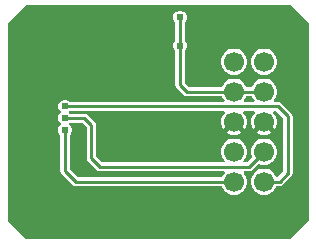
<source format=gbl>
G04*
G04 #@! TF.GenerationSoftware,Altium Limited,Altium Designer,23.4.1 (23)*
G04*
G04 Layer_Physical_Order=2*
G04 Layer_Color=16711680*
%FSLAX25Y25*%
%MOIN*%
G70*
G04*
G04 #@! TF.SameCoordinates,994BBBC9-EF8B-4D44-965E-D27BE21E36CE*
G04*
G04*
G04 #@! TF.FilePolarity,Positive*
G04*
G01*
G75*
%ADD23C,0.01000*%
%ADD24C,0.06693*%
%ADD25C,0.02400*%
G36*
X264971Y230867D02*
Y165159D01*
X258841Y159029D01*
X170689D01*
X164529Y165189D01*
Y230826D01*
X170674Y236971D01*
X258867D01*
X264971Y230867D01*
D02*
G37*
%LPC*%
G36*
X250606Y222564D02*
X249461D01*
X248356Y222268D01*
X247365Y221695D01*
X246556Y220886D01*
X245983Y219895D01*
X245687Y218790D01*
Y217645D01*
X245983Y216540D01*
X246556Y215549D01*
X247365Y214739D01*
X248356Y214167D01*
X249461Y213871D01*
X250606D01*
X251711Y214167D01*
X252702Y214739D01*
X253512Y215549D01*
X254084Y216540D01*
X254380Y217645D01*
Y218790D01*
X254084Y219895D01*
X253512Y220886D01*
X252702Y221695D01*
X251711Y222268D01*
X250606Y222564D01*
D02*
G37*
G36*
X240606D02*
X239461D01*
X238356Y222268D01*
X237365Y221695D01*
X236556Y220886D01*
X235983Y219895D01*
X235687Y218790D01*
Y217645D01*
X235983Y216540D01*
X236556Y215549D01*
X237365Y214739D01*
X238356Y214167D01*
X239461Y213871D01*
X240606D01*
X241711Y214167D01*
X242702Y214739D01*
X243512Y215549D01*
X244084Y216540D01*
X244380Y217645D01*
Y218790D01*
X244084Y219895D01*
X243512Y220886D01*
X242702Y221695D01*
X241711Y222268D01*
X240606Y222564D01*
D02*
G37*
G36*
X222479Y235200D02*
X221604D01*
X220795Y234865D01*
X220177Y234246D01*
X219842Y233438D01*
Y232562D01*
X220177Y231754D01*
X220512Y231418D01*
Y225082D01*
X220177Y224746D01*
X219842Y223938D01*
Y223062D01*
X220177Y222254D01*
X220512Y221918D01*
Y210458D01*
X220628Y209873D01*
X220960Y209377D01*
X223201Y207136D01*
X223697Y206804D01*
X224283Y206688D01*
X235944D01*
X235983Y206540D01*
X236556Y205549D01*
X236849Y205255D01*
X236658Y204793D01*
X185252Y204793D01*
X184917Y205129D01*
X184108Y205464D01*
X183233D01*
X182424Y205129D01*
X181806Y204510D01*
X181471Y203701D01*
Y202826D01*
X181806Y202017D01*
X182200Y201623D01*
X182374Y201303D01*
X182200Y200969D01*
X181812Y200581D01*
X181477Y199772D01*
Y198897D01*
X181812Y198088D01*
X182207Y197693D01*
X182377Y197366D01*
X182207Y197039D01*
X181812Y196644D01*
X181477Y195835D01*
Y194960D01*
X181812Y194151D01*
X182147Y193816D01*
Y181823D01*
X182264Y181238D01*
X182595Y180742D01*
X186201Y177136D01*
X186697Y176804D01*
X187283Y176688D01*
X235944D01*
X235983Y176540D01*
X236556Y175549D01*
X237365Y174740D01*
X238356Y174167D01*
X239461Y173871D01*
X240606D01*
X241711Y174167D01*
X242702Y174740D01*
X243512Y175549D01*
X244084Y176540D01*
X244380Y177645D01*
Y178790D01*
X244084Y179895D01*
X243512Y180886D01*
X243201Y181196D01*
X243393Y181658D01*
X245004D01*
X245589Y181775D01*
X246085Y182106D01*
X248223Y184244D01*
X248356Y184167D01*
X249461Y183871D01*
X250606D01*
X251711Y184167D01*
X252702Y184739D01*
X253512Y185549D01*
X254084Y186540D01*
X254380Y187645D01*
Y188790D01*
X254084Y189895D01*
X253512Y190886D01*
X252702Y191695D01*
X251711Y192268D01*
X250606Y192564D01*
X249461D01*
X248356Y192268D01*
X247365Y191695D01*
X246556Y190886D01*
X245983Y189895D01*
X245687Y188790D01*
Y187645D01*
X245983Y186540D01*
X246060Y186407D01*
X244371Y184717D01*
X243387D01*
X243180Y185217D01*
X243512Y185549D01*
X244084Y186540D01*
X244380Y187645D01*
Y188790D01*
X244084Y189895D01*
X243512Y190886D01*
X242702Y191695D01*
X241711Y192268D01*
X240606Y192564D01*
X239461D01*
X238356Y192268D01*
X237365Y191695D01*
X236556Y190886D01*
X235983Y189895D01*
X235687Y188790D01*
Y187645D01*
X235983Y186540D01*
X236556Y185549D01*
X236887Y185217D01*
X236680Y184717D01*
X195946D01*
X194029Y186634D01*
Y197000D01*
X193913Y197585D01*
X193581Y198081D01*
X191247Y200416D01*
X190751Y200747D01*
X190165Y200864D01*
X185258D01*
X185147Y200975D01*
X184973Y201295D01*
X185147Y201629D01*
X185252Y201734D01*
X236696Y201734D01*
X236904Y201234D01*
X236556Y200886D01*
X235983Y199895D01*
X235687Y198790D01*
Y197645D01*
X235983Y196540D01*
X236438Y195753D01*
X239468Y198783D01*
X240034Y198217D01*
X240599Y198783D01*
X243630Y195753D01*
X244084Y196540D01*
X244380Y197645D01*
Y198790D01*
X244084Y199895D01*
X243512Y200886D01*
X243164Y201234D01*
X243371Y201734D01*
X246696D01*
X246903Y201234D01*
X246556Y200886D01*
X245983Y199895D01*
X245687Y198790D01*
Y197645D01*
X245983Y196540D01*
X246438Y195753D01*
X249468Y198783D01*
X250034Y198217D01*
X250599Y198783D01*
X253630Y195753D01*
X254084Y196540D01*
X254380Y197645D01*
Y198790D01*
X254084Y199895D01*
X253512Y200886D01*
X253164Y201234D01*
X253371Y201734D01*
X254088D01*
X256471Y199351D01*
Y181633D01*
X254590Y179753D01*
X254108Y179805D01*
X254084Y179895D01*
X253512Y180886D01*
X252702Y181695D01*
X251711Y182268D01*
X250606Y182564D01*
X249461D01*
X248356Y182268D01*
X247365Y181695D01*
X246556Y180886D01*
X245983Y179895D01*
X245687Y178790D01*
Y177645D01*
X245983Y176540D01*
X246556Y175549D01*
X247365Y174740D01*
X248356Y174167D01*
X249461Y173871D01*
X250606D01*
X251711Y174167D01*
X252702Y174740D01*
X253512Y175549D01*
X254084Y176540D01*
X254124Y176688D01*
X255218D01*
X255803Y176804D01*
X256299Y177136D01*
X259081Y179919D01*
X259413Y180415D01*
X259529Y181000D01*
Y199985D01*
X259413Y200570D01*
X259081Y201066D01*
X255803Y204345D01*
X255306Y204677D01*
X254721Y204793D01*
X253409D01*
X253218Y205255D01*
X253512Y205549D01*
X254084Y206540D01*
X254380Y207645D01*
Y208790D01*
X254084Y209895D01*
X253512Y210886D01*
X252702Y211696D01*
X251711Y212268D01*
X250606Y212564D01*
X249461D01*
X248356Y212268D01*
X247365Y211696D01*
X246556Y210886D01*
X245983Y209895D01*
X245944Y209747D01*
X244124D01*
X244084Y209895D01*
X243512Y210886D01*
X242702Y211696D01*
X241711Y212268D01*
X240606Y212564D01*
X239461D01*
X238356Y212268D01*
X237365Y211696D01*
X236556Y210886D01*
X235983Y209895D01*
X235944Y209747D01*
X224916D01*
X223571Y211092D01*
Y221918D01*
X223907Y222254D01*
X224241Y223062D01*
Y223938D01*
X223907Y224746D01*
X223571Y225082D01*
Y231418D01*
X223907Y231754D01*
X224241Y232562D01*
Y233438D01*
X223907Y234246D01*
X223288Y234865D01*
X222479Y235200D01*
D02*
G37*
G36*
X250034Y197086D02*
X247569Y194622D01*
X248356Y194167D01*
X249461Y193871D01*
X250606D01*
X251711Y194167D01*
X252498Y194622D01*
X250034Y197086D01*
D02*
G37*
G36*
X240034D02*
X237569Y194622D01*
X238356Y194167D01*
X239461Y193871D01*
X240606D01*
X241711Y194167D01*
X242498Y194622D01*
X240034Y197086D01*
D02*
G37*
%LPD*%
G36*
X245983Y206540D02*
X246556Y205549D01*
X246849Y205255D01*
X246658Y204793D01*
X243409D01*
X243218Y205255D01*
X243512Y205549D01*
X244084Y206540D01*
X244124Y206688D01*
X245944D01*
X245983Y206540D01*
D02*
G37*
G36*
X190971Y196367D02*
Y186000D01*
X191087Y185415D01*
X191419Y184919D01*
X194231Y182106D01*
X194727Y181775D01*
X195312Y181658D01*
X236674D01*
X236866Y181196D01*
X236556Y180886D01*
X235983Y179895D01*
X235944Y179747D01*
X187916D01*
X185206Y182457D01*
Y193816D01*
X185542Y194151D01*
X185877Y194960D01*
Y195835D01*
X185542Y196644D01*
X185146Y197039D01*
X184976Y197366D01*
X185146Y197693D01*
X185258Y197805D01*
X189532D01*
X190971Y196367D01*
D02*
G37*
D23*
X222042Y210458D02*
Y233000D01*
Y210458D02*
X224283Y208218D01*
X250034D01*
X192500Y186000D02*
Y197000D01*
X195312Y183188D02*
X245004D01*
X192500Y186000D02*
X195312Y183188D01*
X183677Y199335D02*
X190165D01*
X192500Y197000D01*
X245004Y183188D02*
X250034Y188217D01*
X183671Y203263D02*
X254721Y203263D01*
X183677Y181823D02*
Y195397D01*
Y181823D02*
X187283Y178217D01*
X254721Y203263D02*
X258000Y199985D01*
X250034Y178217D02*
X255218D01*
X258000Y181000D01*
Y199985D01*
X187283Y178217D02*
X240034D01*
D24*
X250034D02*
D03*
X240034D02*
D03*
X250034Y188217D02*
D03*
X240034D02*
D03*
X250034Y198217D02*
D03*
X240034D02*
D03*
X250034Y208218D02*
D03*
X240034D02*
D03*
X250034Y218217D02*
D03*
X240034D02*
D03*
D25*
X182000Y223000D02*
D03*
X222042Y223500D02*
D03*
Y233000D02*
D03*
X182000D02*
D03*
X183677Y195397D02*
D03*
Y199335D02*
D03*
X183671Y203263D02*
D03*
X262000Y223000D02*
D03*
Y198000D02*
D03*
Y173000D02*
D03*
X251500Y235000D02*
D03*
Y161500D02*
D03*
X226500D02*
D03*
X176500D02*
D03*
M02*

</source>
